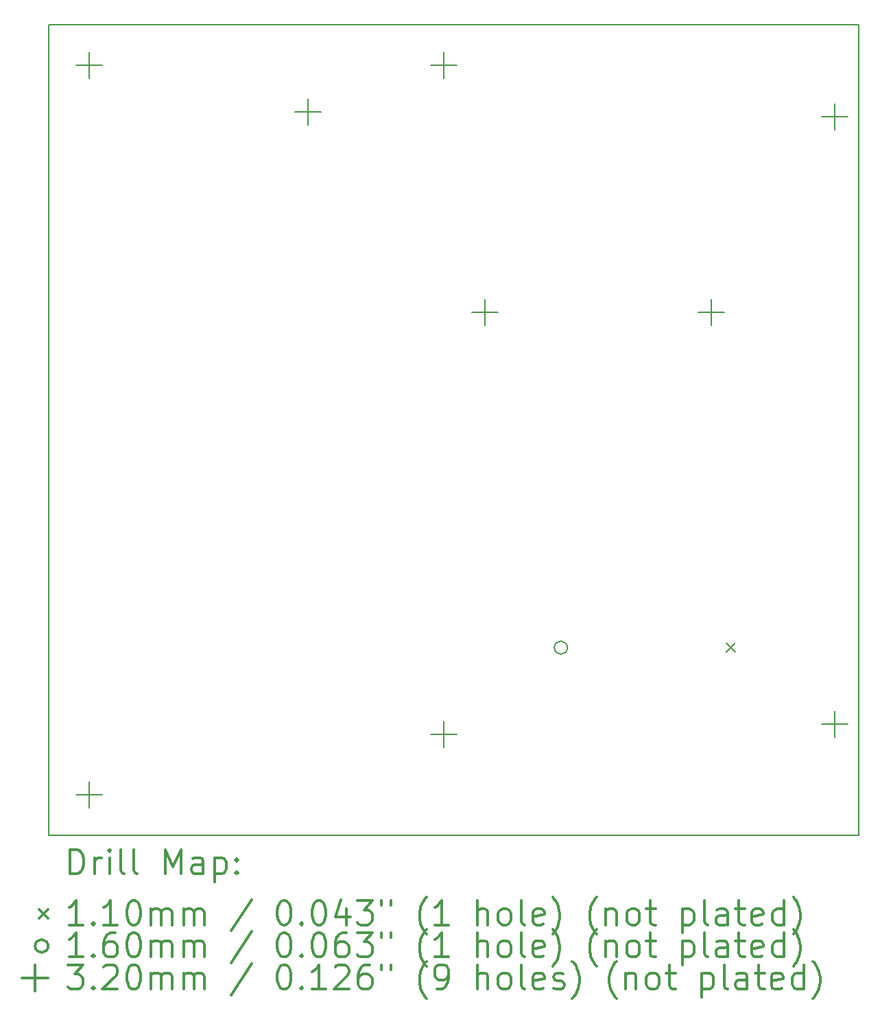
<source format=gbr>
%FSLAX45Y45*%
G04 Gerber Fmt 4.5, Leading zero omitted, Abs format (unit mm)*
G04 Created by KiCad (PCBNEW 4.0.7-e2-6376~58~ubuntu16.04.1) date Tue Oct  2 08:30:45 2018*
%MOMM*%
%LPD*%
G01*
G04 APERTURE LIST*
%ADD10C,0.127000*%
%ADD11C,0.150000*%
%ADD12C,0.200000*%
%ADD13C,0.300000*%
G04 APERTURE END LIST*
D10*
D11*
X20000000Y-5000000D02*
X10000000Y-5000000D01*
X20000000Y-15000000D02*
X20000000Y-5000000D01*
X10000000Y-15000000D02*
X20000000Y-15000000D01*
X10000000Y-5000000D02*
X10000000Y-15000000D01*
D12*
X18367000Y-12627500D02*
X18477000Y-12737500D01*
X18477000Y-12627500D02*
X18367000Y-12737500D01*
X16402000Y-12682500D02*
G75*
G03X16402000Y-12682500I-80000J0D01*
G01*
X10500000Y-5340000D02*
X10500000Y-5660000D01*
X10340000Y-5500000D02*
X10660000Y-5500000D01*
X10500000Y-14340000D02*
X10500000Y-14660000D01*
X10340000Y-14500000D02*
X10660000Y-14500000D01*
X13200000Y-5910500D02*
X13200000Y-6230500D01*
X13040000Y-6070500D02*
X13360000Y-6070500D01*
X14874000Y-5340000D02*
X14874000Y-5660000D01*
X14714000Y-5500000D02*
X15034000Y-5500000D01*
X14874000Y-13595000D02*
X14874000Y-13915000D01*
X14714000Y-13755000D02*
X15034000Y-13755000D01*
X15382000Y-8388000D02*
X15382000Y-8708000D01*
X15222000Y-8548000D02*
X15542000Y-8548000D01*
X18176000Y-8388000D02*
X18176000Y-8708000D01*
X18016000Y-8548000D02*
X18336000Y-8548000D01*
X19700000Y-5975000D02*
X19700000Y-6295000D01*
X19540000Y-6135000D02*
X19860000Y-6135000D01*
X19700000Y-13468000D02*
X19700000Y-13788000D01*
X19540000Y-13628000D02*
X19860000Y-13628000D01*
D13*
X10263929Y-15473214D02*
X10263929Y-15173214D01*
X10335357Y-15173214D01*
X10378214Y-15187500D01*
X10406786Y-15216071D01*
X10421071Y-15244643D01*
X10435357Y-15301786D01*
X10435357Y-15344643D01*
X10421071Y-15401786D01*
X10406786Y-15430357D01*
X10378214Y-15458929D01*
X10335357Y-15473214D01*
X10263929Y-15473214D01*
X10563929Y-15473214D02*
X10563929Y-15273214D01*
X10563929Y-15330357D02*
X10578214Y-15301786D01*
X10592500Y-15287500D01*
X10621071Y-15273214D01*
X10649643Y-15273214D01*
X10749643Y-15473214D02*
X10749643Y-15273214D01*
X10749643Y-15173214D02*
X10735357Y-15187500D01*
X10749643Y-15201786D01*
X10763929Y-15187500D01*
X10749643Y-15173214D01*
X10749643Y-15201786D01*
X10935357Y-15473214D02*
X10906786Y-15458929D01*
X10892500Y-15430357D01*
X10892500Y-15173214D01*
X11092500Y-15473214D02*
X11063929Y-15458929D01*
X11049643Y-15430357D01*
X11049643Y-15173214D01*
X11435357Y-15473214D02*
X11435357Y-15173214D01*
X11535357Y-15387500D01*
X11635357Y-15173214D01*
X11635357Y-15473214D01*
X11906786Y-15473214D02*
X11906786Y-15316071D01*
X11892500Y-15287500D01*
X11863928Y-15273214D01*
X11806786Y-15273214D01*
X11778214Y-15287500D01*
X11906786Y-15458929D02*
X11878214Y-15473214D01*
X11806786Y-15473214D01*
X11778214Y-15458929D01*
X11763928Y-15430357D01*
X11763928Y-15401786D01*
X11778214Y-15373214D01*
X11806786Y-15358929D01*
X11878214Y-15358929D01*
X11906786Y-15344643D01*
X12049643Y-15273214D02*
X12049643Y-15573214D01*
X12049643Y-15287500D02*
X12078214Y-15273214D01*
X12135357Y-15273214D01*
X12163928Y-15287500D01*
X12178214Y-15301786D01*
X12192500Y-15330357D01*
X12192500Y-15416071D01*
X12178214Y-15444643D01*
X12163928Y-15458929D01*
X12135357Y-15473214D01*
X12078214Y-15473214D01*
X12049643Y-15458929D01*
X12321071Y-15444643D02*
X12335357Y-15458929D01*
X12321071Y-15473214D01*
X12306786Y-15458929D01*
X12321071Y-15444643D01*
X12321071Y-15473214D01*
X12321071Y-15287500D02*
X12335357Y-15301786D01*
X12321071Y-15316071D01*
X12306786Y-15301786D01*
X12321071Y-15287500D01*
X12321071Y-15316071D01*
X9882500Y-15912500D02*
X9992500Y-16022500D01*
X9992500Y-15912500D02*
X9882500Y-16022500D01*
X10421071Y-16103214D02*
X10249643Y-16103214D01*
X10335357Y-16103214D02*
X10335357Y-15803214D01*
X10306786Y-15846071D01*
X10278214Y-15874643D01*
X10249643Y-15888929D01*
X10549643Y-16074643D02*
X10563929Y-16088929D01*
X10549643Y-16103214D01*
X10535357Y-16088929D01*
X10549643Y-16074643D01*
X10549643Y-16103214D01*
X10849643Y-16103214D02*
X10678214Y-16103214D01*
X10763928Y-16103214D02*
X10763928Y-15803214D01*
X10735357Y-15846071D01*
X10706786Y-15874643D01*
X10678214Y-15888929D01*
X11035357Y-15803214D02*
X11063929Y-15803214D01*
X11092500Y-15817500D01*
X11106786Y-15831786D01*
X11121071Y-15860357D01*
X11135357Y-15917500D01*
X11135357Y-15988929D01*
X11121071Y-16046071D01*
X11106786Y-16074643D01*
X11092500Y-16088929D01*
X11063929Y-16103214D01*
X11035357Y-16103214D01*
X11006786Y-16088929D01*
X10992500Y-16074643D01*
X10978214Y-16046071D01*
X10963929Y-15988929D01*
X10963929Y-15917500D01*
X10978214Y-15860357D01*
X10992500Y-15831786D01*
X11006786Y-15817500D01*
X11035357Y-15803214D01*
X11263928Y-16103214D02*
X11263928Y-15903214D01*
X11263928Y-15931786D02*
X11278214Y-15917500D01*
X11306786Y-15903214D01*
X11349643Y-15903214D01*
X11378214Y-15917500D01*
X11392500Y-15946071D01*
X11392500Y-16103214D01*
X11392500Y-15946071D02*
X11406786Y-15917500D01*
X11435357Y-15903214D01*
X11478214Y-15903214D01*
X11506786Y-15917500D01*
X11521071Y-15946071D01*
X11521071Y-16103214D01*
X11663928Y-16103214D02*
X11663928Y-15903214D01*
X11663928Y-15931786D02*
X11678214Y-15917500D01*
X11706786Y-15903214D01*
X11749643Y-15903214D01*
X11778214Y-15917500D01*
X11792500Y-15946071D01*
X11792500Y-16103214D01*
X11792500Y-15946071D02*
X11806786Y-15917500D01*
X11835357Y-15903214D01*
X11878214Y-15903214D01*
X11906786Y-15917500D01*
X11921071Y-15946071D01*
X11921071Y-16103214D01*
X12506786Y-15788929D02*
X12249643Y-16174643D01*
X12892500Y-15803214D02*
X12921071Y-15803214D01*
X12949643Y-15817500D01*
X12963928Y-15831786D01*
X12978214Y-15860357D01*
X12992500Y-15917500D01*
X12992500Y-15988929D01*
X12978214Y-16046071D01*
X12963928Y-16074643D01*
X12949643Y-16088929D01*
X12921071Y-16103214D01*
X12892500Y-16103214D01*
X12863928Y-16088929D01*
X12849643Y-16074643D01*
X12835357Y-16046071D01*
X12821071Y-15988929D01*
X12821071Y-15917500D01*
X12835357Y-15860357D01*
X12849643Y-15831786D01*
X12863928Y-15817500D01*
X12892500Y-15803214D01*
X13121071Y-16074643D02*
X13135357Y-16088929D01*
X13121071Y-16103214D01*
X13106786Y-16088929D01*
X13121071Y-16074643D01*
X13121071Y-16103214D01*
X13321071Y-15803214D02*
X13349643Y-15803214D01*
X13378214Y-15817500D01*
X13392500Y-15831786D01*
X13406785Y-15860357D01*
X13421071Y-15917500D01*
X13421071Y-15988929D01*
X13406785Y-16046071D01*
X13392500Y-16074643D01*
X13378214Y-16088929D01*
X13349643Y-16103214D01*
X13321071Y-16103214D01*
X13292500Y-16088929D01*
X13278214Y-16074643D01*
X13263928Y-16046071D01*
X13249643Y-15988929D01*
X13249643Y-15917500D01*
X13263928Y-15860357D01*
X13278214Y-15831786D01*
X13292500Y-15817500D01*
X13321071Y-15803214D01*
X13678214Y-15903214D02*
X13678214Y-16103214D01*
X13606785Y-15788929D02*
X13535357Y-16003214D01*
X13721071Y-16003214D01*
X13806785Y-15803214D02*
X13992500Y-15803214D01*
X13892500Y-15917500D01*
X13935357Y-15917500D01*
X13963928Y-15931786D01*
X13978214Y-15946071D01*
X13992500Y-15974643D01*
X13992500Y-16046071D01*
X13978214Y-16074643D01*
X13963928Y-16088929D01*
X13935357Y-16103214D01*
X13849643Y-16103214D01*
X13821071Y-16088929D01*
X13806785Y-16074643D01*
X14106786Y-15803214D02*
X14106786Y-15860357D01*
X14221071Y-15803214D02*
X14221071Y-15860357D01*
X14663928Y-16217500D02*
X14649643Y-16203214D01*
X14621071Y-16160357D01*
X14606785Y-16131786D01*
X14592500Y-16088929D01*
X14578214Y-16017500D01*
X14578214Y-15960357D01*
X14592500Y-15888929D01*
X14606785Y-15846071D01*
X14621071Y-15817500D01*
X14649643Y-15774643D01*
X14663928Y-15760357D01*
X14935357Y-16103214D02*
X14763928Y-16103214D01*
X14849643Y-16103214D02*
X14849643Y-15803214D01*
X14821071Y-15846071D01*
X14792500Y-15874643D01*
X14763928Y-15888929D01*
X15292500Y-16103214D02*
X15292500Y-15803214D01*
X15421071Y-16103214D02*
X15421071Y-15946071D01*
X15406785Y-15917500D01*
X15378214Y-15903214D01*
X15335357Y-15903214D01*
X15306785Y-15917500D01*
X15292500Y-15931786D01*
X15606785Y-16103214D02*
X15578214Y-16088929D01*
X15563928Y-16074643D01*
X15549643Y-16046071D01*
X15549643Y-15960357D01*
X15563928Y-15931786D01*
X15578214Y-15917500D01*
X15606785Y-15903214D01*
X15649643Y-15903214D01*
X15678214Y-15917500D01*
X15692500Y-15931786D01*
X15706785Y-15960357D01*
X15706785Y-16046071D01*
X15692500Y-16074643D01*
X15678214Y-16088929D01*
X15649643Y-16103214D01*
X15606785Y-16103214D01*
X15878214Y-16103214D02*
X15849643Y-16088929D01*
X15835357Y-16060357D01*
X15835357Y-15803214D01*
X16106786Y-16088929D02*
X16078214Y-16103214D01*
X16021071Y-16103214D01*
X15992500Y-16088929D01*
X15978214Y-16060357D01*
X15978214Y-15946071D01*
X15992500Y-15917500D01*
X16021071Y-15903214D01*
X16078214Y-15903214D01*
X16106786Y-15917500D01*
X16121071Y-15946071D01*
X16121071Y-15974643D01*
X15978214Y-16003214D01*
X16221071Y-16217500D02*
X16235357Y-16203214D01*
X16263928Y-16160357D01*
X16278214Y-16131786D01*
X16292500Y-16088929D01*
X16306786Y-16017500D01*
X16306786Y-15960357D01*
X16292500Y-15888929D01*
X16278214Y-15846071D01*
X16263928Y-15817500D01*
X16235357Y-15774643D01*
X16221071Y-15760357D01*
X16763928Y-16217500D02*
X16749643Y-16203214D01*
X16721071Y-16160357D01*
X16706786Y-16131786D01*
X16692500Y-16088929D01*
X16678214Y-16017500D01*
X16678214Y-15960357D01*
X16692500Y-15888929D01*
X16706786Y-15846071D01*
X16721071Y-15817500D01*
X16749643Y-15774643D01*
X16763928Y-15760357D01*
X16878214Y-15903214D02*
X16878214Y-16103214D01*
X16878214Y-15931786D02*
X16892500Y-15917500D01*
X16921071Y-15903214D01*
X16963929Y-15903214D01*
X16992500Y-15917500D01*
X17006786Y-15946071D01*
X17006786Y-16103214D01*
X17192500Y-16103214D02*
X17163929Y-16088929D01*
X17149643Y-16074643D01*
X17135357Y-16046071D01*
X17135357Y-15960357D01*
X17149643Y-15931786D01*
X17163929Y-15917500D01*
X17192500Y-15903214D01*
X17235357Y-15903214D01*
X17263929Y-15917500D01*
X17278214Y-15931786D01*
X17292500Y-15960357D01*
X17292500Y-16046071D01*
X17278214Y-16074643D01*
X17263929Y-16088929D01*
X17235357Y-16103214D01*
X17192500Y-16103214D01*
X17378214Y-15903214D02*
X17492500Y-15903214D01*
X17421071Y-15803214D02*
X17421071Y-16060357D01*
X17435357Y-16088929D01*
X17463929Y-16103214D01*
X17492500Y-16103214D01*
X17821071Y-15903214D02*
X17821071Y-16203214D01*
X17821071Y-15917500D02*
X17849643Y-15903214D01*
X17906786Y-15903214D01*
X17935357Y-15917500D01*
X17949643Y-15931786D01*
X17963929Y-15960357D01*
X17963929Y-16046071D01*
X17949643Y-16074643D01*
X17935357Y-16088929D01*
X17906786Y-16103214D01*
X17849643Y-16103214D01*
X17821071Y-16088929D01*
X18135357Y-16103214D02*
X18106786Y-16088929D01*
X18092500Y-16060357D01*
X18092500Y-15803214D01*
X18378214Y-16103214D02*
X18378214Y-15946071D01*
X18363929Y-15917500D01*
X18335357Y-15903214D01*
X18278214Y-15903214D01*
X18249643Y-15917500D01*
X18378214Y-16088929D02*
X18349643Y-16103214D01*
X18278214Y-16103214D01*
X18249643Y-16088929D01*
X18235357Y-16060357D01*
X18235357Y-16031786D01*
X18249643Y-16003214D01*
X18278214Y-15988929D01*
X18349643Y-15988929D01*
X18378214Y-15974643D01*
X18478214Y-15903214D02*
X18592500Y-15903214D01*
X18521072Y-15803214D02*
X18521072Y-16060357D01*
X18535357Y-16088929D01*
X18563929Y-16103214D01*
X18592500Y-16103214D01*
X18806786Y-16088929D02*
X18778214Y-16103214D01*
X18721072Y-16103214D01*
X18692500Y-16088929D01*
X18678214Y-16060357D01*
X18678214Y-15946071D01*
X18692500Y-15917500D01*
X18721072Y-15903214D01*
X18778214Y-15903214D01*
X18806786Y-15917500D01*
X18821072Y-15946071D01*
X18821072Y-15974643D01*
X18678214Y-16003214D01*
X19078214Y-16103214D02*
X19078214Y-15803214D01*
X19078214Y-16088929D02*
X19049643Y-16103214D01*
X18992500Y-16103214D01*
X18963929Y-16088929D01*
X18949643Y-16074643D01*
X18935357Y-16046071D01*
X18935357Y-15960357D01*
X18949643Y-15931786D01*
X18963929Y-15917500D01*
X18992500Y-15903214D01*
X19049643Y-15903214D01*
X19078214Y-15917500D01*
X19192500Y-16217500D02*
X19206786Y-16203214D01*
X19235357Y-16160357D01*
X19249643Y-16131786D01*
X19263929Y-16088929D01*
X19278214Y-16017500D01*
X19278214Y-15960357D01*
X19263929Y-15888929D01*
X19249643Y-15846071D01*
X19235357Y-15817500D01*
X19206786Y-15774643D01*
X19192500Y-15760357D01*
X9992500Y-16363500D02*
G75*
G03X9992500Y-16363500I-80000J0D01*
G01*
X10421071Y-16499214D02*
X10249643Y-16499214D01*
X10335357Y-16499214D02*
X10335357Y-16199214D01*
X10306786Y-16242071D01*
X10278214Y-16270643D01*
X10249643Y-16284929D01*
X10549643Y-16470643D02*
X10563929Y-16484929D01*
X10549643Y-16499214D01*
X10535357Y-16484929D01*
X10549643Y-16470643D01*
X10549643Y-16499214D01*
X10821071Y-16199214D02*
X10763928Y-16199214D01*
X10735357Y-16213500D01*
X10721071Y-16227786D01*
X10692500Y-16270643D01*
X10678214Y-16327786D01*
X10678214Y-16442071D01*
X10692500Y-16470643D01*
X10706786Y-16484929D01*
X10735357Y-16499214D01*
X10792500Y-16499214D01*
X10821071Y-16484929D01*
X10835357Y-16470643D01*
X10849643Y-16442071D01*
X10849643Y-16370643D01*
X10835357Y-16342071D01*
X10821071Y-16327786D01*
X10792500Y-16313500D01*
X10735357Y-16313500D01*
X10706786Y-16327786D01*
X10692500Y-16342071D01*
X10678214Y-16370643D01*
X11035357Y-16199214D02*
X11063929Y-16199214D01*
X11092500Y-16213500D01*
X11106786Y-16227786D01*
X11121071Y-16256357D01*
X11135357Y-16313500D01*
X11135357Y-16384929D01*
X11121071Y-16442071D01*
X11106786Y-16470643D01*
X11092500Y-16484929D01*
X11063929Y-16499214D01*
X11035357Y-16499214D01*
X11006786Y-16484929D01*
X10992500Y-16470643D01*
X10978214Y-16442071D01*
X10963929Y-16384929D01*
X10963929Y-16313500D01*
X10978214Y-16256357D01*
X10992500Y-16227786D01*
X11006786Y-16213500D01*
X11035357Y-16199214D01*
X11263928Y-16499214D02*
X11263928Y-16299214D01*
X11263928Y-16327786D02*
X11278214Y-16313500D01*
X11306786Y-16299214D01*
X11349643Y-16299214D01*
X11378214Y-16313500D01*
X11392500Y-16342071D01*
X11392500Y-16499214D01*
X11392500Y-16342071D02*
X11406786Y-16313500D01*
X11435357Y-16299214D01*
X11478214Y-16299214D01*
X11506786Y-16313500D01*
X11521071Y-16342071D01*
X11521071Y-16499214D01*
X11663928Y-16499214D02*
X11663928Y-16299214D01*
X11663928Y-16327786D02*
X11678214Y-16313500D01*
X11706786Y-16299214D01*
X11749643Y-16299214D01*
X11778214Y-16313500D01*
X11792500Y-16342071D01*
X11792500Y-16499214D01*
X11792500Y-16342071D02*
X11806786Y-16313500D01*
X11835357Y-16299214D01*
X11878214Y-16299214D01*
X11906786Y-16313500D01*
X11921071Y-16342071D01*
X11921071Y-16499214D01*
X12506786Y-16184929D02*
X12249643Y-16570643D01*
X12892500Y-16199214D02*
X12921071Y-16199214D01*
X12949643Y-16213500D01*
X12963928Y-16227786D01*
X12978214Y-16256357D01*
X12992500Y-16313500D01*
X12992500Y-16384929D01*
X12978214Y-16442071D01*
X12963928Y-16470643D01*
X12949643Y-16484929D01*
X12921071Y-16499214D01*
X12892500Y-16499214D01*
X12863928Y-16484929D01*
X12849643Y-16470643D01*
X12835357Y-16442071D01*
X12821071Y-16384929D01*
X12821071Y-16313500D01*
X12835357Y-16256357D01*
X12849643Y-16227786D01*
X12863928Y-16213500D01*
X12892500Y-16199214D01*
X13121071Y-16470643D02*
X13135357Y-16484929D01*
X13121071Y-16499214D01*
X13106786Y-16484929D01*
X13121071Y-16470643D01*
X13121071Y-16499214D01*
X13321071Y-16199214D02*
X13349643Y-16199214D01*
X13378214Y-16213500D01*
X13392500Y-16227786D01*
X13406785Y-16256357D01*
X13421071Y-16313500D01*
X13421071Y-16384929D01*
X13406785Y-16442071D01*
X13392500Y-16470643D01*
X13378214Y-16484929D01*
X13349643Y-16499214D01*
X13321071Y-16499214D01*
X13292500Y-16484929D01*
X13278214Y-16470643D01*
X13263928Y-16442071D01*
X13249643Y-16384929D01*
X13249643Y-16313500D01*
X13263928Y-16256357D01*
X13278214Y-16227786D01*
X13292500Y-16213500D01*
X13321071Y-16199214D01*
X13678214Y-16199214D02*
X13621071Y-16199214D01*
X13592500Y-16213500D01*
X13578214Y-16227786D01*
X13549643Y-16270643D01*
X13535357Y-16327786D01*
X13535357Y-16442071D01*
X13549643Y-16470643D01*
X13563928Y-16484929D01*
X13592500Y-16499214D01*
X13649643Y-16499214D01*
X13678214Y-16484929D01*
X13692500Y-16470643D01*
X13706785Y-16442071D01*
X13706785Y-16370643D01*
X13692500Y-16342071D01*
X13678214Y-16327786D01*
X13649643Y-16313500D01*
X13592500Y-16313500D01*
X13563928Y-16327786D01*
X13549643Y-16342071D01*
X13535357Y-16370643D01*
X13806785Y-16199214D02*
X13992500Y-16199214D01*
X13892500Y-16313500D01*
X13935357Y-16313500D01*
X13963928Y-16327786D01*
X13978214Y-16342071D01*
X13992500Y-16370643D01*
X13992500Y-16442071D01*
X13978214Y-16470643D01*
X13963928Y-16484929D01*
X13935357Y-16499214D01*
X13849643Y-16499214D01*
X13821071Y-16484929D01*
X13806785Y-16470643D01*
X14106786Y-16199214D02*
X14106786Y-16256357D01*
X14221071Y-16199214D02*
X14221071Y-16256357D01*
X14663928Y-16613500D02*
X14649643Y-16599214D01*
X14621071Y-16556357D01*
X14606785Y-16527786D01*
X14592500Y-16484929D01*
X14578214Y-16413500D01*
X14578214Y-16356357D01*
X14592500Y-16284929D01*
X14606785Y-16242071D01*
X14621071Y-16213500D01*
X14649643Y-16170643D01*
X14663928Y-16156357D01*
X14935357Y-16499214D02*
X14763928Y-16499214D01*
X14849643Y-16499214D02*
X14849643Y-16199214D01*
X14821071Y-16242071D01*
X14792500Y-16270643D01*
X14763928Y-16284929D01*
X15292500Y-16499214D02*
X15292500Y-16199214D01*
X15421071Y-16499214D02*
X15421071Y-16342071D01*
X15406785Y-16313500D01*
X15378214Y-16299214D01*
X15335357Y-16299214D01*
X15306785Y-16313500D01*
X15292500Y-16327786D01*
X15606785Y-16499214D02*
X15578214Y-16484929D01*
X15563928Y-16470643D01*
X15549643Y-16442071D01*
X15549643Y-16356357D01*
X15563928Y-16327786D01*
X15578214Y-16313500D01*
X15606785Y-16299214D01*
X15649643Y-16299214D01*
X15678214Y-16313500D01*
X15692500Y-16327786D01*
X15706785Y-16356357D01*
X15706785Y-16442071D01*
X15692500Y-16470643D01*
X15678214Y-16484929D01*
X15649643Y-16499214D01*
X15606785Y-16499214D01*
X15878214Y-16499214D02*
X15849643Y-16484929D01*
X15835357Y-16456357D01*
X15835357Y-16199214D01*
X16106786Y-16484929D02*
X16078214Y-16499214D01*
X16021071Y-16499214D01*
X15992500Y-16484929D01*
X15978214Y-16456357D01*
X15978214Y-16342071D01*
X15992500Y-16313500D01*
X16021071Y-16299214D01*
X16078214Y-16299214D01*
X16106786Y-16313500D01*
X16121071Y-16342071D01*
X16121071Y-16370643D01*
X15978214Y-16399214D01*
X16221071Y-16613500D02*
X16235357Y-16599214D01*
X16263928Y-16556357D01*
X16278214Y-16527786D01*
X16292500Y-16484929D01*
X16306786Y-16413500D01*
X16306786Y-16356357D01*
X16292500Y-16284929D01*
X16278214Y-16242071D01*
X16263928Y-16213500D01*
X16235357Y-16170643D01*
X16221071Y-16156357D01*
X16763928Y-16613500D02*
X16749643Y-16599214D01*
X16721071Y-16556357D01*
X16706786Y-16527786D01*
X16692500Y-16484929D01*
X16678214Y-16413500D01*
X16678214Y-16356357D01*
X16692500Y-16284929D01*
X16706786Y-16242071D01*
X16721071Y-16213500D01*
X16749643Y-16170643D01*
X16763928Y-16156357D01*
X16878214Y-16299214D02*
X16878214Y-16499214D01*
X16878214Y-16327786D02*
X16892500Y-16313500D01*
X16921071Y-16299214D01*
X16963929Y-16299214D01*
X16992500Y-16313500D01*
X17006786Y-16342071D01*
X17006786Y-16499214D01*
X17192500Y-16499214D02*
X17163929Y-16484929D01*
X17149643Y-16470643D01*
X17135357Y-16442071D01*
X17135357Y-16356357D01*
X17149643Y-16327786D01*
X17163929Y-16313500D01*
X17192500Y-16299214D01*
X17235357Y-16299214D01*
X17263929Y-16313500D01*
X17278214Y-16327786D01*
X17292500Y-16356357D01*
X17292500Y-16442071D01*
X17278214Y-16470643D01*
X17263929Y-16484929D01*
X17235357Y-16499214D01*
X17192500Y-16499214D01*
X17378214Y-16299214D02*
X17492500Y-16299214D01*
X17421071Y-16199214D02*
X17421071Y-16456357D01*
X17435357Y-16484929D01*
X17463929Y-16499214D01*
X17492500Y-16499214D01*
X17821071Y-16299214D02*
X17821071Y-16599214D01*
X17821071Y-16313500D02*
X17849643Y-16299214D01*
X17906786Y-16299214D01*
X17935357Y-16313500D01*
X17949643Y-16327786D01*
X17963929Y-16356357D01*
X17963929Y-16442071D01*
X17949643Y-16470643D01*
X17935357Y-16484929D01*
X17906786Y-16499214D01*
X17849643Y-16499214D01*
X17821071Y-16484929D01*
X18135357Y-16499214D02*
X18106786Y-16484929D01*
X18092500Y-16456357D01*
X18092500Y-16199214D01*
X18378214Y-16499214D02*
X18378214Y-16342071D01*
X18363929Y-16313500D01*
X18335357Y-16299214D01*
X18278214Y-16299214D01*
X18249643Y-16313500D01*
X18378214Y-16484929D02*
X18349643Y-16499214D01*
X18278214Y-16499214D01*
X18249643Y-16484929D01*
X18235357Y-16456357D01*
X18235357Y-16427786D01*
X18249643Y-16399214D01*
X18278214Y-16384929D01*
X18349643Y-16384929D01*
X18378214Y-16370643D01*
X18478214Y-16299214D02*
X18592500Y-16299214D01*
X18521072Y-16199214D02*
X18521072Y-16456357D01*
X18535357Y-16484929D01*
X18563929Y-16499214D01*
X18592500Y-16499214D01*
X18806786Y-16484929D02*
X18778214Y-16499214D01*
X18721072Y-16499214D01*
X18692500Y-16484929D01*
X18678214Y-16456357D01*
X18678214Y-16342071D01*
X18692500Y-16313500D01*
X18721072Y-16299214D01*
X18778214Y-16299214D01*
X18806786Y-16313500D01*
X18821072Y-16342071D01*
X18821072Y-16370643D01*
X18678214Y-16399214D01*
X19078214Y-16499214D02*
X19078214Y-16199214D01*
X19078214Y-16484929D02*
X19049643Y-16499214D01*
X18992500Y-16499214D01*
X18963929Y-16484929D01*
X18949643Y-16470643D01*
X18935357Y-16442071D01*
X18935357Y-16356357D01*
X18949643Y-16327786D01*
X18963929Y-16313500D01*
X18992500Y-16299214D01*
X19049643Y-16299214D01*
X19078214Y-16313500D01*
X19192500Y-16613500D02*
X19206786Y-16599214D01*
X19235357Y-16556357D01*
X19249643Y-16527786D01*
X19263929Y-16484929D01*
X19278214Y-16413500D01*
X19278214Y-16356357D01*
X19263929Y-16284929D01*
X19249643Y-16242071D01*
X19235357Y-16213500D01*
X19206786Y-16170643D01*
X19192500Y-16156357D01*
X9832500Y-16599500D02*
X9832500Y-16919500D01*
X9672500Y-16759500D02*
X9992500Y-16759500D01*
X10235357Y-16595214D02*
X10421071Y-16595214D01*
X10321071Y-16709500D01*
X10363929Y-16709500D01*
X10392500Y-16723786D01*
X10406786Y-16738071D01*
X10421071Y-16766643D01*
X10421071Y-16838072D01*
X10406786Y-16866643D01*
X10392500Y-16880929D01*
X10363929Y-16895214D01*
X10278214Y-16895214D01*
X10249643Y-16880929D01*
X10235357Y-16866643D01*
X10549643Y-16866643D02*
X10563929Y-16880929D01*
X10549643Y-16895214D01*
X10535357Y-16880929D01*
X10549643Y-16866643D01*
X10549643Y-16895214D01*
X10678214Y-16623786D02*
X10692500Y-16609500D01*
X10721071Y-16595214D01*
X10792500Y-16595214D01*
X10821071Y-16609500D01*
X10835357Y-16623786D01*
X10849643Y-16652357D01*
X10849643Y-16680929D01*
X10835357Y-16723786D01*
X10663928Y-16895214D01*
X10849643Y-16895214D01*
X11035357Y-16595214D02*
X11063929Y-16595214D01*
X11092500Y-16609500D01*
X11106786Y-16623786D01*
X11121071Y-16652357D01*
X11135357Y-16709500D01*
X11135357Y-16780929D01*
X11121071Y-16838072D01*
X11106786Y-16866643D01*
X11092500Y-16880929D01*
X11063929Y-16895214D01*
X11035357Y-16895214D01*
X11006786Y-16880929D01*
X10992500Y-16866643D01*
X10978214Y-16838072D01*
X10963929Y-16780929D01*
X10963929Y-16709500D01*
X10978214Y-16652357D01*
X10992500Y-16623786D01*
X11006786Y-16609500D01*
X11035357Y-16595214D01*
X11263928Y-16895214D02*
X11263928Y-16695214D01*
X11263928Y-16723786D02*
X11278214Y-16709500D01*
X11306786Y-16695214D01*
X11349643Y-16695214D01*
X11378214Y-16709500D01*
X11392500Y-16738071D01*
X11392500Y-16895214D01*
X11392500Y-16738071D02*
X11406786Y-16709500D01*
X11435357Y-16695214D01*
X11478214Y-16695214D01*
X11506786Y-16709500D01*
X11521071Y-16738071D01*
X11521071Y-16895214D01*
X11663928Y-16895214D02*
X11663928Y-16695214D01*
X11663928Y-16723786D02*
X11678214Y-16709500D01*
X11706786Y-16695214D01*
X11749643Y-16695214D01*
X11778214Y-16709500D01*
X11792500Y-16738071D01*
X11792500Y-16895214D01*
X11792500Y-16738071D02*
X11806786Y-16709500D01*
X11835357Y-16695214D01*
X11878214Y-16695214D01*
X11906786Y-16709500D01*
X11921071Y-16738071D01*
X11921071Y-16895214D01*
X12506786Y-16580929D02*
X12249643Y-16966643D01*
X12892500Y-16595214D02*
X12921071Y-16595214D01*
X12949643Y-16609500D01*
X12963928Y-16623786D01*
X12978214Y-16652357D01*
X12992500Y-16709500D01*
X12992500Y-16780929D01*
X12978214Y-16838072D01*
X12963928Y-16866643D01*
X12949643Y-16880929D01*
X12921071Y-16895214D01*
X12892500Y-16895214D01*
X12863928Y-16880929D01*
X12849643Y-16866643D01*
X12835357Y-16838072D01*
X12821071Y-16780929D01*
X12821071Y-16709500D01*
X12835357Y-16652357D01*
X12849643Y-16623786D01*
X12863928Y-16609500D01*
X12892500Y-16595214D01*
X13121071Y-16866643D02*
X13135357Y-16880929D01*
X13121071Y-16895214D01*
X13106786Y-16880929D01*
X13121071Y-16866643D01*
X13121071Y-16895214D01*
X13421071Y-16895214D02*
X13249643Y-16895214D01*
X13335357Y-16895214D02*
X13335357Y-16595214D01*
X13306785Y-16638071D01*
X13278214Y-16666643D01*
X13249643Y-16680929D01*
X13535357Y-16623786D02*
X13549643Y-16609500D01*
X13578214Y-16595214D01*
X13649643Y-16595214D01*
X13678214Y-16609500D01*
X13692500Y-16623786D01*
X13706785Y-16652357D01*
X13706785Y-16680929D01*
X13692500Y-16723786D01*
X13521071Y-16895214D01*
X13706785Y-16895214D01*
X13963928Y-16595214D02*
X13906785Y-16595214D01*
X13878214Y-16609500D01*
X13863928Y-16623786D01*
X13835357Y-16666643D01*
X13821071Y-16723786D01*
X13821071Y-16838072D01*
X13835357Y-16866643D01*
X13849643Y-16880929D01*
X13878214Y-16895214D01*
X13935357Y-16895214D01*
X13963928Y-16880929D01*
X13978214Y-16866643D01*
X13992500Y-16838072D01*
X13992500Y-16766643D01*
X13978214Y-16738071D01*
X13963928Y-16723786D01*
X13935357Y-16709500D01*
X13878214Y-16709500D01*
X13849643Y-16723786D01*
X13835357Y-16738071D01*
X13821071Y-16766643D01*
X14106786Y-16595214D02*
X14106786Y-16652357D01*
X14221071Y-16595214D02*
X14221071Y-16652357D01*
X14663928Y-17009500D02*
X14649643Y-16995214D01*
X14621071Y-16952357D01*
X14606785Y-16923786D01*
X14592500Y-16880929D01*
X14578214Y-16809500D01*
X14578214Y-16752357D01*
X14592500Y-16680929D01*
X14606785Y-16638071D01*
X14621071Y-16609500D01*
X14649643Y-16566643D01*
X14663928Y-16552357D01*
X14792500Y-16895214D02*
X14849643Y-16895214D01*
X14878214Y-16880929D01*
X14892500Y-16866643D01*
X14921071Y-16823786D01*
X14935357Y-16766643D01*
X14935357Y-16652357D01*
X14921071Y-16623786D01*
X14906785Y-16609500D01*
X14878214Y-16595214D01*
X14821071Y-16595214D01*
X14792500Y-16609500D01*
X14778214Y-16623786D01*
X14763928Y-16652357D01*
X14763928Y-16723786D01*
X14778214Y-16752357D01*
X14792500Y-16766643D01*
X14821071Y-16780929D01*
X14878214Y-16780929D01*
X14906785Y-16766643D01*
X14921071Y-16752357D01*
X14935357Y-16723786D01*
X15292500Y-16895214D02*
X15292500Y-16595214D01*
X15421071Y-16895214D02*
X15421071Y-16738071D01*
X15406785Y-16709500D01*
X15378214Y-16695214D01*
X15335357Y-16695214D01*
X15306785Y-16709500D01*
X15292500Y-16723786D01*
X15606785Y-16895214D02*
X15578214Y-16880929D01*
X15563928Y-16866643D01*
X15549643Y-16838072D01*
X15549643Y-16752357D01*
X15563928Y-16723786D01*
X15578214Y-16709500D01*
X15606785Y-16695214D01*
X15649643Y-16695214D01*
X15678214Y-16709500D01*
X15692500Y-16723786D01*
X15706785Y-16752357D01*
X15706785Y-16838072D01*
X15692500Y-16866643D01*
X15678214Y-16880929D01*
X15649643Y-16895214D01*
X15606785Y-16895214D01*
X15878214Y-16895214D02*
X15849643Y-16880929D01*
X15835357Y-16852357D01*
X15835357Y-16595214D01*
X16106786Y-16880929D02*
X16078214Y-16895214D01*
X16021071Y-16895214D01*
X15992500Y-16880929D01*
X15978214Y-16852357D01*
X15978214Y-16738071D01*
X15992500Y-16709500D01*
X16021071Y-16695214D01*
X16078214Y-16695214D01*
X16106786Y-16709500D01*
X16121071Y-16738071D01*
X16121071Y-16766643D01*
X15978214Y-16795214D01*
X16235357Y-16880929D02*
X16263928Y-16895214D01*
X16321071Y-16895214D01*
X16349643Y-16880929D01*
X16363928Y-16852357D01*
X16363928Y-16838072D01*
X16349643Y-16809500D01*
X16321071Y-16795214D01*
X16278214Y-16795214D01*
X16249643Y-16780929D01*
X16235357Y-16752357D01*
X16235357Y-16738071D01*
X16249643Y-16709500D01*
X16278214Y-16695214D01*
X16321071Y-16695214D01*
X16349643Y-16709500D01*
X16463928Y-17009500D02*
X16478214Y-16995214D01*
X16506786Y-16952357D01*
X16521071Y-16923786D01*
X16535357Y-16880929D01*
X16549643Y-16809500D01*
X16549643Y-16752357D01*
X16535357Y-16680929D01*
X16521071Y-16638071D01*
X16506786Y-16609500D01*
X16478214Y-16566643D01*
X16463928Y-16552357D01*
X17006786Y-17009500D02*
X16992500Y-16995214D01*
X16963928Y-16952357D01*
X16949643Y-16923786D01*
X16935357Y-16880929D01*
X16921071Y-16809500D01*
X16921071Y-16752357D01*
X16935357Y-16680929D01*
X16949643Y-16638071D01*
X16963928Y-16609500D01*
X16992500Y-16566643D01*
X17006786Y-16552357D01*
X17121071Y-16695214D02*
X17121071Y-16895214D01*
X17121071Y-16723786D02*
X17135357Y-16709500D01*
X17163928Y-16695214D01*
X17206786Y-16695214D01*
X17235357Y-16709500D01*
X17249643Y-16738071D01*
X17249643Y-16895214D01*
X17435357Y-16895214D02*
X17406786Y-16880929D01*
X17392500Y-16866643D01*
X17378214Y-16838072D01*
X17378214Y-16752357D01*
X17392500Y-16723786D01*
X17406786Y-16709500D01*
X17435357Y-16695214D01*
X17478214Y-16695214D01*
X17506786Y-16709500D01*
X17521071Y-16723786D01*
X17535357Y-16752357D01*
X17535357Y-16838072D01*
X17521071Y-16866643D01*
X17506786Y-16880929D01*
X17478214Y-16895214D01*
X17435357Y-16895214D01*
X17621071Y-16695214D02*
X17735357Y-16695214D01*
X17663929Y-16595214D02*
X17663929Y-16852357D01*
X17678214Y-16880929D01*
X17706786Y-16895214D01*
X17735357Y-16895214D01*
X18063929Y-16695214D02*
X18063929Y-16995214D01*
X18063929Y-16709500D02*
X18092500Y-16695214D01*
X18149643Y-16695214D01*
X18178214Y-16709500D01*
X18192500Y-16723786D01*
X18206786Y-16752357D01*
X18206786Y-16838072D01*
X18192500Y-16866643D01*
X18178214Y-16880929D01*
X18149643Y-16895214D01*
X18092500Y-16895214D01*
X18063929Y-16880929D01*
X18378214Y-16895214D02*
X18349643Y-16880929D01*
X18335357Y-16852357D01*
X18335357Y-16595214D01*
X18621071Y-16895214D02*
X18621071Y-16738071D01*
X18606786Y-16709500D01*
X18578214Y-16695214D01*
X18521071Y-16695214D01*
X18492500Y-16709500D01*
X18621071Y-16880929D02*
X18592500Y-16895214D01*
X18521071Y-16895214D01*
X18492500Y-16880929D01*
X18478214Y-16852357D01*
X18478214Y-16823786D01*
X18492500Y-16795214D01*
X18521071Y-16780929D01*
X18592500Y-16780929D01*
X18621071Y-16766643D01*
X18721071Y-16695214D02*
X18835357Y-16695214D01*
X18763929Y-16595214D02*
X18763929Y-16852357D01*
X18778214Y-16880929D01*
X18806786Y-16895214D01*
X18835357Y-16895214D01*
X19049643Y-16880929D02*
X19021072Y-16895214D01*
X18963929Y-16895214D01*
X18935357Y-16880929D01*
X18921072Y-16852357D01*
X18921072Y-16738071D01*
X18935357Y-16709500D01*
X18963929Y-16695214D01*
X19021072Y-16695214D01*
X19049643Y-16709500D01*
X19063929Y-16738071D01*
X19063929Y-16766643D01*
X18921072Y-16795214D01*
X19321072Y-16895214D02*
X19321072Y-16595214D01*
X19321072Y-16880929D02*
X19292500Y-16895214D01*
X19235357Y-16895214D01*
X19206786Y-16880929D01*
X19192500Y-16866643D01*
X19178214Y-16838072D01*
X19178214Y-16752357D01*
X19192500Y-16723786D01*
X19206786Y-16709500D01*
X19235357Y-16695214D01*
X19292500Y-16695214D01*
X19321072Y-16709500D01*
X19435357Y-17009500D02*
X19449643Y-16995214D01*
X19478214Y-16952357D01*
X19492500Y-16923786D01*
X19506786Y-16880929D01*
X19521072Y-16809500D01*
X19521072Y-16752357D01*
X19506786Y-16680929D01*
X19492500Y-16638071D01*
X19478214Y-16609500D01*
X19449643Y-16566643D01*
X19435357Y-16552357D01*
M02*

</source>
